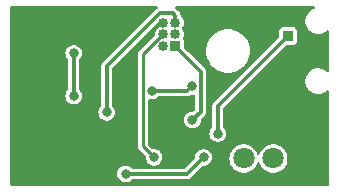
<source format=gbl>
G04 #@! TF.GenerationSoftware,KiCad,Pcbnew,7.0.6*
G04 #@! TF.CreationDate,2023-11-30T23:44:17-05:00*
G04 #@! TF.ProjectId,Interruptor,496e7465-7272-4757-9074-6f722e6b6963,1.0*
G04 #@! TF.SameCoordinates,Original*
G04 #@! TF.FileFunction,Copper,L2,Bot*
G04 #@! TF.FilePolarity,Positive*
%FSLAX46Y46*%
G04 Gerber Fmt 4.6, Leading zero omitted, Abs format (unit mm)*
G04 Created by KiCad (PCBNEW 7.0.6) date 2023-11-30 23:44:17*
%MOMM*%
%LPD*%
G01*
G04 APERTURE LIST*
G04 #@! TA.AperFunction,ComponentPad*
%ADD10O,1.900000X1.200000*%
G04 #@! TD*
G04 #@! TA.AperFunction,ComponentPad*
%ADD11C,1.450000*%
G04 #@! TD*
G04 #@! TA.AperFunction,ComponentPad*
%ADD12R,0.900000X0.900000*%
G04 #@! TD*
G04 #@! TA.AperFunction,ComponentPad*
%ADD13R,0.850000X0.850000*%
G04 #@! TD*
G04 #@! TA.AperFunction,ComponentPad*
%ADD14O,0.850000X0.850000*%
G04 #@! TD*
G04 #@! TA.AperFunction,ComponentPad*
%ADD15C,1.800000*%
G04 #@! TD*
G04 #@! TA.AperFunction,ViaPad*
%ADD16C,0.800000*%
G04 #@! TD*
G04 #@! TA.AperFunction,Conductor*
%ADD17C,0.300000*%
G04 #@! TD*
G04 #@! TA.AperFunction,Conductor*
%ADD18C,0.250000*%
G04 #@! TD*
G04 APERTURE END LIST*
D10*
X133100000Y-93400000D03*
D11*
X135800000Y-94400000D03*
X135800000Y-99400000D03*
D10*
X133100000Y-100400000D03*
D12*
X155552500Y-91330000D03*
X155552500Y-93870000D03*
D13*
X146000000Y-92200000D03*
D14*
X145000000Y-92200000D03*
X146000000Y-91200000D03*
X145000000Y-91200000D03*
X146000000Y-90200000D03*
X145000000Y-90200000D03*
D15*
X156800000Y-101700000D03*
X154300000Y-101700000D03*
X151800000Y-101700000D03*
D16*
X137400000Y-92800000D03*
X137400000Y-96400000D03*
X147464063Y-98423063D03*
X144000000Y-96000000D03*
X147400000Y-95600000D03*
X144200000Y-101600000D03*
X140200000Y-97800000D03*
X149600000Y-99600000D03*
X141800000Y-103000000D03*
X148400000Y-101600000D03*
D17*
X137400000Y-96400000D02*
X137400000Y-92800000D01*
X146000000Y-92200000D02*
X148150000Y-94350000D01*
X148150000Y-94350000D02*
X148150000Y-97737126D01*
X148150000Y-97737126D02*
X147464063Y-98423063D01*
X147000000Y-96000000D02*
X147400000Y-95600000D01*
X144000000Y-96000000D02*
X147000000Y-96000000D01*
D18*
X145000000Y-91200000D02*
X144939339Y-91200000D01*
X144939339Y-91200000D02*
X143275000Y-92864339D01*
X143275000Y-100675000D02*
X144200000Y-101600000D01*
X143275000Y-92864339D02*
X143275000Y-100675000D01*
D17*
X145826040Y-89425000D02*
X144678984Y-89425000D01*
X146000000Y-90200000D02*
X146000000Y-89598960D01*
X144678984Y-89425000D02*
X140200000Y-93903984D01*
X140200000Y-93903984D02*
X140200000Y-97800000D01*
X146000000Y-89598960D02*
X145826040Y-89425000D01*
X149600000Y-97282500D02*
X155552500Y-91330000D01*
X149600000Y-99600000D02*
X149600000Y-97282500D01*
X141800000Y-103000000D02*
X147000000Y-103000000D01*
X147000000Y-103000000D02*
X148400000Y-101600000D01*
G04 #@! TA.AperFunction,Conductor*
G36*
X144462272Y-88819685D02*
G01*
X144508027Y-88872489D01*
X144517971Y-88941647D01*
X144488946Y-89005203D01*
X144449037Y-89035719D01*
X144422342Y-89048575D01*
X144422340Y-89048576D01*
X144415294Y-89053379D01*
X144408443Y-89058435D01*
X144380403Y-89086475D01*
X144366383Y-89100496D01*
X144343620Y-89121617D01*
X144322787Y-89140947D01*
X144316996Y-89148209D01*
X144316344Y-89147689D01*
X144306952Y-89159926D01*
X139901804Y-93565076D01*
X139896617Y-93569711D01*
X139866033Y-93594101D01*
X139866029Y-93594105D01*
X139832519Y-93643255D01*
X139797206Y-93691102D01*
X139793216Y-93698651D01*
X139789528Y-93706310D01*
X139771992Y-93763161D01*
X139752353Y-93819285D01*
X139750771Y-93827643D01*
X139749500Y-93836084D01*
X139749500Y-93895557D01*
X139747275Y-93954993D01*
X139748316Y-93964227D01*
X139747485Y-93964320D01*
X139749500Y-93979619D01*
X139749500Y-97207442D01*
X139729815Y-97274481D01*
X139707727Y-97300257D01*
X139671818Y-97332069D01*
X139575182Y-97472068D01*
X139514860Y-97631125D01*
X139514859Y-97631130D01*
X139494355Y-97800000D01*
X139514859Y-97968869D01*
X139514860Y-97968874D01*
X139575182Y-98127931D01*
X139637475Y-98218177D01*
X139671817Y-98267929D01*
X139729746Y-98319249D01*
X139799150Y-98380736D01*
X139949773Y-98459789D01*
X139949775Y-98459790D01*
X140114944Y-98500500D01*
X140285056Y-98500500D01*
X140450225Y-98459790D01*
X140534495Y-98415561D01*
X140600849Y-98380736D01*
X140600850Y-98380734D01*
X140600852Y-98380734D01*
X140728183Y-98267929D01*
X140824818Y-98127930D01*
X140885140Y-97968872D01*
X140905645Y-97800000D01*
X140885140Y-97631128D01*
X140824818Y-97472070D01*
X140728183Y-97332071D01*
X140728181Y-97332069D01*
X140692273Y-97300257D01*
X140655146Y-97241068D01*
X140650500Y-97207442D01*
X140650500Y-94141949D01*
X140670185Y-94074910D01*
X140686819Y-94054268D01*
X144829268Y-89911819D01*
X144890591Y-89878334D01*
X144916949Y-89875500D01*
X145170153Y-89875500D01*
X145237192Y-89895185D01*
X145282947Y-89947989D01*
X145292891Y-90017147D01*
X145289574Y-90030714D01*
X145289762Y-90030757D01*
X145288212Y-90037542D01*
X145269909Y-90199996D01*
X145269909Y-90200004D01*
X145286771Y-90349668D01*
X145274716Y-90418490D01*
X145227367Y-90469869D01*
X145159756Y-90487493D01*
X145149668Y-90486771D01*
X145000004Y-90469909D01*
X144999996Y-90469909D01*
X144837544Y-90488212D01*
X144683225Y-90542210D01*
X144544795Y-90629192D01*
X144429192Y-90744795D01*
X144342210Y-90883225D01*
X144288212Y-91037544D01*
X144269909Y-91199996D01*
X144269909Y-91200001D01*
X144270077Y-91201493D01*
X144269909Y-91202451D01*
X144269909Y-91206963D01*
X144269119Y-91206963D01*
X144258019Y-91270314D01*
X144234537Y-91303052D01*
X143004339Y-92533251D01*
X142926472Y-92611117D01*
X142915510Y-92632632D01*
X142905346Y-92649217D01*
X142891152Y-92668753D01*
X142891151Y-92668756D01*
X142883688Y-92691724D01*
X142876243Y-92709697D01*
X142865280Y-92731212D01*
X142861503Y-92755061D01*
X142856962Y-92773978D01*
X142849500Y-92796943D01*
X142849500Y-100742394D01*
X142856962Y-100765358D01*
X142861503Y-100784273D01*
X142864470Y-100803010D01*
X142865281Y-100808127D01*
X142876243Y-100829641D01*
X142883688Y-100847615D01*
X142891150Y-100870580D01*
X142905340Y-100890110D01*
X142915508Y-100906703D01*
X142926470Y-100928218D01*
X143462911Y-101464659D01*
X143496396Y-101525982D01*
X143498326Y-101567283D01*
X143494355Y-101599995D01*
X143494355Y-101599999D01*
X143514859Y-101768869D01*
X143514860Y-101768874D01*
X143575182Y-101927931D01*
X143637475Y-102018177D01*
X143671817Y-102067929D01*
X143722314Y-102112665D01*
X143799150Y-102180736D01*
X143949773Y-102259789D01*
X143949775Y-102259790D01*
X144114944Y-102300500D01*
X144285056Y-102300500D01*
X144450225Y-102259790D01*
X144529692Y-102218081D01*
X144600849Y-102180736D01*
X144600850Y-102180734D01*
X144600852Y-102180734D01*
X144728183Y-102067929D01*
X144824818Y-101927930D01*
X144885140Y-101768872D01*
X144905645Y-101600000D01*
X144885140Y-101431128D01*
X144824818Y-101272070D01*
X144819576Y-101264476D01*
X144790476Y-101222318D01*
X144728183Y-101132071D01*
X144600852Y-101019266D01*
X144600849Y-101019263D01*
X144450226Y-100940210D01*
X144285056Y-100899500D01*
X144152610Y-100899500D01*
X144085571Y-100879815D01*
X144064929Y-100863181D01*
X143736819Y-100535070D01*
X143703334Y-100473747D01*
X143700500Y-100447389D01*
X143700500Y-99600000D01*
X148894355Y-99600000D01*
X148914859Y-99768869D01*
X148914860Y-99768874D01*
X148975182Y-99927931D01*
X149037475Y-100018177D01*
X149071817Y-100067929D01*
X149177505Y-100161560D01*
X149199150Y-100180736D01*
X149349773Y-100259789D01*
X149349775Y-100259790D01*
X149514944Y-100300500D01*
X149685056Y-100300500D01*
X149850225Y-100259790D01*
X149929692Y-100218081D01*
X150000849Y-100180736D01*
X150000850Y-100180734D01*
X150000852Y-100180734D01*
X150128183Y-100067929D01*
X150224818Y-99927930D01*
X150285140Y-99768872D01*
X150305645Y-99600000D01*
X150285140Y-99431128D01*
X150224818Y-99272070D01*
X150128183Y-99132071D01*
X150128181Y-99132069D01*
X150092273Y-99100257D01*
X150055146Y-99041068D01*
X150050500Y-99007442D01*
X150050500Y-97520464D01*
X150070185Y-97453425D01*
X150086814Y-97432788D01*
X155402784Y-92116817D01*
X155464107Y-92083333D01*
X155490465Y-92080499D01*
X156047356Y-92080499D01*
X156047364Y-92080499D01*
X156047379Y-92080497D01*
X156047382Y-92080497D01*
X156072487Y-92077586D01*
X156072488Y-92077585D01*
X156072491Y-92077585D01*
X156175265Y-92032206D01*
X156254706Y-91952765D01*
X156300085Y-91849991D01*
X156303000Y-91824865D01*
X156302999Y-90835136D01*
X156302997Y-90835117D01*
X156300086Y-90810012D01*
X156300085Y-90810010D01*
X156300085Y-90810009D01*
X156254706Y-90707235D01*
X156175265Y-90627794D01*
X156112773Y-90600201D01*
X156072492Y-90582415D01*
X156047365Y-90579500D01*
X155057643Y-90579500D01*
X155057617Y-90579502D01*
X155032512Y-90582413D01*
X155032508Y-90582415D01*
X154929735Y-90627793D01*
X154850294Y-90707234D01*
X154804915Y-90810006D01*
X154804915Y-90810008D01*
X154802000Y-90835131D01*
X154802000Y-91392034D01*
X154782315Y-91459073D01*
X154765681Y-91479715D01*
X149301804Y-96943592D01*
X149296617Y-96948227D01*
X149266033Y-96972617D01*
X149266029Y-96972621D01*
X149232519Y-97021771D01*
X149197206Y-97069618D01*
X149193216Y-97077167D01*
X149189528Y-97084826D01*
X149171992Y-97141677D01*
X149152353Y-97197801D01*
X149150771Y-97206159D01*
X149149500Y-97214600D01*
X149149500Y-97274073D01*
X149147275Y-97333509D01*
X149148316Y-97342743D01*
X149147488Y-97342836D01*
X149149499Y-97358135D01*
X149149500Y-99007442D01*
X149129815Y-99074481D01*
X149107727Y-99100257D01*
X149071818Y-99132069D01*
X148975182Y-99272068D01*
X148914860Y-99431125D01*
X148914859Y-99431130D01*
X148894355Y-99600000D01*
X143700500Y-99600000D01*
X143700500Y-96805918D01*
X143720185Y-96738879D01*
X143772989Y-96693124D01*
X143842147Y-96683180D01*
X143854152Y-96685516D01*
X143914944Y-96700500D01*
X143914946Y-96700500D01*
X144085056Y-96700500D01*
X144250225Y-96659790D01*
X144400852Y-96580734D01*
X144512655Y-96481685D01*
X144575889Y-96451963D01*
X144594883Y-96450500D01*
X146971217Y-96450500D01*
X146978155Y-96450889D01*
X147010050Y-96454483D01*
X147017034Y-96455270D01*
X147017034Y-96455269D01*
X147017035Y-96455270D01*
X147075479Y-96444211D01*
X147134287Y-96435348D01*
X147134290Y-96435346D01*
X147142447Y-96432830D01*
X147150469Y-96430023D01*
X147150472Y-96430023D01*
X147203072Y-96402222D01*
X147256642Y-96376425D01*
X147256642Y-96376424D01*
X147256644Y-96376424D01*
X147263695Y-96371616D01*
X147270534Y-96366569D01*
X147270535Y-96366567D01*
X147270538Y-96366566D01*
X147300283Y-96336819D01*
X147361604Y-96303335D01*
X147387965Y-96300500D01*
X147485054Y-96300500D01*
X147485056Y-96300500D01*
X147545828Y-96285521D01*
X147615626Y-96288590D01*
X147672689Y-96328909D01*
X147698894Y-96393678D01*
X147699500Y-96405918D01*
X147699500Y-97499160D01*
X147679815Y-97566199D01*
X147663182Y-97586840D01*
X147563777Y-97686245D01*
X147502457Y-97719729D01*
X147476098Y-97722563D01*
X147379007Y-97722563D01*
X147213836Y-97763273D01*
X147063213Y-97842326D01*
X146935879Y-97955135D01*
X146839245Y-98095131D01*
X146778923Y-98254188D01*
X146778922Y-98254193D01*
X146758418Y-98423063D01*
X146778922Y-98591932D01*
X146778923Y-98591937D01*
X146839245Y-98750994D01*
X146901538Y-98841240D01*
X146935880Y-98890992D01*
X147041568Y-98984623D01*
X147063213Y-99003799D01*
X147213836Y-99082852D01*
X147213838Y-99082853D01*
X147379007Y-99123563D01*
X147549119Y-99123563D01*
X147714288Y-99082853D01*
X147793902Y-99041068D01*
X147864912Y-99003799D01*
X147864913Y-99003797D01*
X147864915Y-99003797D01*
X147992246Y-98890992D01*
X148088881Y-98750993D01*
X148149203Y-98591935D01*
X148169708Y-98423063D01*
X148169563Y-98421877D01*
X148169708Y-98421010D01*
X148169708Y-98415561D01*
X148170614Y-98415561D01*
X148181024Y-98352953D01*
X148204976Y-98319252D01*
X148448210Y-98076018D01*
X148453378Y-98071399D01*
X148483970Y-98047005D01*
X148517476Y-97997860D01*
X148552792Y-97950009D01*
X148552793Y-97950006D01*
X148556786Y-97942451D01*
X148560467Y-97934806D01*
X148560472Y-97934799D01*
X148578008Y-97877946D01*
X148597646Y-97821826D01*
X148597646Y-97821820D01*
X148599228Y-97813462D01*
X148600500Y-97805025D01*
X148600500Y-97745552D01*
X148602724Y-97686116D01*
X148601684Y-97676882D01*
X148602513Y-97676788D01*
X148600500Y-97661490D01*
X148600500Y-94378782D01*
X148600889Y-94371843D01*
X148605270Y-94332965D01*
X148594211Y-94274520D01*
X148585348Y-94215713D01*
X148585347Y-94215711D01*
X148582836Y-94207571D01*
X148580024Y-94199533D01*
X148580023Y-94199528D01*
X148552226Y-94146936D01*
X148526425Y-94093358D01*
X148526422Y-94093355D01*
X148526421Y-94093352D01*
X148521642Y-94086342D01*
X148516568Y-94079469D01*
X148516565Y-94079462D01*
X148474516Y-94037413D01*
X148434055Y-93993806D01*
X148426792Y-93988014D01*
X148427312Y-93987361D01*
X148415067Y-93977964D01*
X147104866Y-92667763D01*
X148618287Y-92667763D01*
X148647913Y-92937013D01*
X148647915Y-92937024D01*
X148697825Y-93127931D01*
X148716428Y-93199088D01*
X148822370Y-93448390D01*
X148911299Y-93594105D01*
X148963479Y-93679605D01*
X148963486Y-93679615D01*
X149136753Y-93887819D01*
X149136759Y-93887824D01*
X149222134Y-93964320D01*
X149338498Y-94068582D01*
X149564410Y-94218044D01*
X149809676Y-94333020D01*
X149809683Y-94333022D01*
X149809685Y-94333023D01*
X150069057Y-94411057D01*
X150069064Y-94411058D01*
X150069069Y-94411060D01*
X150337061Y-94450500D01*
X150337066Y-94450500D01*
X150540136Y-94450500D01*
X150591633Y-94446730D01*
X150742656Y-94435677D01*
X150855258Y-94410593D01*
X151007046Y-94376782D01*
X151007048Y-94376781D01*
X151007053Y-94376780D01*
X151260058Y-94280014D01*
X151496277Y-94147441D01*
X151710677Y-93981888D01*
X151898686Y-93786881D01*
X152056299Y-93566579D01*
X152163059Y-93358929D01*
X152180149Y-93325690D01*
X152180151Y-93325684D01*
X152180156Y-93325675D01*
X152267618Y-93069305D01*
X152316819Y-92802933D01*
X152326712Y-92532235D01*
X152297086Y-92262982D01*
X152228572Y-92000912D01*
X152122630Y-91751610D01*
X151981518Y-91520390D01*
X151930490Y-91459073D01*
X151808246Y-91312180D01*
X151808240Y-91312175D01*
X151606502Y-91131418D01*
X151380592Y-90981957D01*
X151352705Y-90968884D01*
X151135324Y-90866980D01*
X151135319Y-90866978D01*
X151135314Y-90866976D01*
X150875942Y-90788942D01*
X150875928Y-90788939D01*
X150760291Y-90771921D01*
X150607939Y-90749500D01*
X150404869Y-90749500D01*
X150404864Y-90749500D01*
X150202344Y-90764323D01*
X150202331Y-90764325D01*
X149937953Y-90823217D01*
X149937946Y-90823220D01*
X149684939Y-90919987D01*
X149448726Y-91052557D01*
X149234322Y-91218112D01*
X149046322Y-91413109D01*
X149046316Y-91413116D01*
X148888702Y-91633419D01*
X148888699Y-91633424D01*
X148764850Y-91874309D01*
X148764843Y-91874327D01*
X148677384Y-92130685D01*
X148677381Y-92130699D01*
X148628181Y-92397068D01*
X148628180Y-92397075D01*
X148618287Y-92667763D01*
X147104866Y-92667763D01*
X146761818Y-92324715D01*
X146728333Y-92263392D01*
X146725499Y-92237034D01*
X146725499Y-91730143D01*
X146725499Y-91730136D01*
X146725497Y-91730117D01*
X146722586Y-91705012D01*
X146722585Y-91705010D01*
X146722585Y-91705009D01*
X146677206Y-91602235D01*
X146677205Y-91602234D01*
X146672565Y-91591724D01*
X146674923Y-91590682D01*
X146658386Y-91539928D01*
X146665291Y-91495334D01*
X146711786Y-91362461D01*
X146711786Y-91362459D01*
X146711787Y-91362457D01*
X146730091Y-91200003D01*
X146730091Y-91199996D01*
X146711787Y-91037544D01*
X146711786Y-91037542D01*
X146711786Y-91037539D01*
X146657789Y-90883225D01*
X146584113Y-90765971D01*
X146565113Y-90698736D01*
X146584114Y-90634027D01*
X146588031Y-90627794D01*
X146657789Y-90516775D01*
X146711786Y-90362461D01*
X146711787Y-90362455D01*
X146730091Y-90200003D01*
X146730091Y-90199996D01*
X146711787Y-90037544D01*
X146711786Y-90037542D01*
X146711786Y-90037539D01*
X146657789Y-89883225D01*
X146570808Y-89744796D01*
X146491521Y-89665510D01*
X146458037Y-89604187D01*
X146455289Y-89582457D01*
X146455268Y-89581936D01*
X146455270Y-89581925D01*
X146444210Y-89523471D01*
X146435348Y-89464673D01*
X146435347Y-89464671D01*
X146435347Y-89464669D01*
X146432831Y-89456512D01*
X146430025Y-89448491D01*
X146422002Y-89433311D01*
X146402222Y-89395886D01*
X146376425Y-89342318D01*
X146376422Y-89342315D01*
X146376422Y-89342314D01*
X146371642Y-89335302D01*
X146366567Y-89328425D01*
X146366566Y-89328423D01*
X146324516Y-89286373D01*
X146284055Y-89242766D01*
X146276792Y-89236974D01*
X146277312Y-89236321D01*
X146265067Y-89226924D01*
X146164948Y-89126805D01*
X146160311Y-89121617D01*
X146135918Y-89091029D01*
X146086768Y-89057519D01*
X146041040Y-89023770D01*
X145998789Y-88968122D01*
X145993331Y-88898466D01*
X146026399Y-88836917D01*
X146087493Y-88803016D01*
X146114674Y-88800000D01*
X157703778Y-88800000D01*
X157770817Y-88819685D01*
X157816572Y-88872489D01*
X157826516Y-88941647D01*
X157797491Y-89005203D01*
X157738713Y-89042977D01*
X157690962Y-89056997D01*
X157508391Y-89151118D01*
X157346946Y-89278081D01*
X157346943Y-89278084D01*
X157212436Y-89433313D01*
X157109742Y-89611185D01*
X157042564Y-89805282D01*
X157042563Y-89805287D01*
X157042563Y-89805288D01*
X157013332Y-90008593D01*
X157023105Y-90213756D01*
X157071529Y-90413362D01*
X157125028Y-90530508D01*
X157156852Y-90600195D01*
X157156856Y-90600201D01*
X157275989Y-90767501D01*
X157275995Y-90767507D01*
X157424647Y-90909246D01*
X157597433Y-91020290D01*
X157678032Y-91052557D01*
X157788118Y-91096629D01*
X157939380Y-91125782D01*
X157989801Y-91135500D01*
X157989802Y-91135500D01*
X158143726Y-91135500D01*
X158143732Y-91135500D01*
X158296966Y-91120868D01*
X158494041Y-91063001D01*
X158676604Y-90968884D01*
X158799350Y-90872354D01*
X158864212Y-90846388D01*
X158932819Y-90859610D01*
X158983387Y-90907825D01*
X159000000Y-90969826D01*
X159000000Y-94229689D01*
X158980315Y-94296728D01*
X158927511Y-94342483D01*
X158858353Y-94352427D01*
X158794797Y-94323402D01*
X158790431Y-94319433D01*
X158760352Y-94290753D01*
X158587566Y-94179709D01*
X158396891Y-94103374D01*
X158396884Y-94103371D01*
X158396882Y-94103371D01*
X158396879Y-94103370D01*
X158396878Y-94103370D01*
X158195199Y-94064500D01*
X158195198Y-94064500D01*
X158041268Y-94064500D01*
X157888034Y-94079132D01*
X157888030Y-94079133D01*
X157690962Y-94136997D01*
X157508391Y-94231118D01*
X157346946Y-94358081D01*
X157346943Y-94358084D01*
X157212436Y-94513313D01*
X157109742Y-94691185D01*
X157042564Y-94885282D01*
X157042563Y-94885287D01*
X157042563Y-94885288D01*
X157013332Y-95088593D01*
X157023105Y-95293756D01*
X157071529Y-95493362D01*
X157115119Y-95588811D01*
X157156852Y-95680195D01*
X157156856Y-95680201D01*
X157275989Y-95847501D01*
X157275995Y-95847507D01*
X157424647Y-95989246D01*
X157597433Y-96100290D01*
X157704120Y-96143001D01*
X157788118Y-96176629D01*
X157939380Y-96205782D01*
X157989801Y-96215500D01*
X157989802Y-96215500D01*
X158143726Y-96215500D01*
X158143732Y-96215500D01*
X158296966Y-96200868D01*
X158494041Y-96143001D01*
X158676604Y-96048884D01*
X158799350Y-95952354D01*
X158864212Y-95926388D01*
X158932819Y-95939610D01*
X158983387Y-95987825D01*
X159000000Y-96049826D01*
X159000000Y-103876000D01*
X158980315Y-103943039D01*
X158927511Y-103988794D01*
X158876000Y-104000000D01*
X132124000Y-104000000D01*
X132056961Y-103980315D01*
X132011206Y-103927511D01*
X132000000Y-103876000D01*
X132000000Y-103000000D01*
X141094355Y-103000000D01*
X141114859Y-103168869D01*
X141114860Y-103168874D01*
X141175182Y-103327931D01*
X141205336Y-103371616D01*
X141271817Y-103467929D01*
X141377505Y-103561560D01*
X141399150Y-103580736D01*
X141549773Y-103659789D01*
X141549775Y-103659790D01*
X141714944Y-103700500D01*
X141885056Y-103700500D01*
X142050225Y-103659790D01*
X142200852Y-103580734D01*
X142312655Y-103481685D01*
X142375889Y-103451963D01*
X142394883Y-103450500D01*
X146971217Y-103450500D01*
X146978155Y-103450889D01*
X147010050Y-103454483D01*
X147017034Y-103455270D01*
X147017034Y-103455269D01*
X147017035Y-103455270D01*
X147075479Y-103444211D01*
X147134287Y-103435348D01*
X147134290Y-103435346D01*
X147142447Y-103432830D01*
X147150469Y-103430023D01*
X147150472Y-103430023D01*
X147203072Y-103402222D01*
X147256642Y-103376425D01*
X147256642Y-103376424D01*
X147256644Y-103376424D01*
X147263695Y-103371616D01*
X147270538Y-103366566D01*
X147312599Y-103324504D01*
X147312598Y-103324503D01*
X147356194Y-103284055D01*
X147356196Y-103284050D01*
X147361987Y-103276790D01*
X147362643Y-103277313D01*
X147372032Y-103265070D01*
X148300284Y-102336818D01*
X148361607Y-102303334D01*
X148387965Y-102300500D01*
X148485056Y-102300500D01*
X148650225Y-102259790D01*
X148729692Y-102218081D01*
X148800849Y-102180736D01*
X148800850Y-102180734D01*
X148800852Y-102180734D01*
X148928183Y-102067929D01*
X149024818Y-101927930D01*
X149085140Y-101768872D01*
X149093503Y-101700000D01*
X150594356Y-101700000D01*
X150614884Y-101921535D01*
X150614885Y-101921537D01*
X150675769Y-102135523D01*
X150675775Y-102135538D01*
X150774938Y-102334683D01*
X150774943Y-102334691D01*
X150909020Y-102512238D01*
X151073437Y-102662123D01*
X151073439Y-102662125D01*
X151262595Y-102779245D01*
X151262596Y-102779245D01*
X151262599Y-102779247D01*
X151470060Y-102859618D01*
X151688757Y-102900500D01*
X151688759Y-102900500D01*
X151911241Y-102900500D01*
X151911243Y-102900500D01*
X152129940Y-102859618D01*
X152337401Y-102779247D01*
X152526562Y-102662124D01*
X152684313Y-102518315D01*
X152690979Y-102512238D01*
X152761189Y-102419266D01*
X152825058Y-102334689D01*
X152924229Y-102135528D01*
X152930734Y-102112661D01*
X152968012Y-102053571D01*
X153031322Y-102024013D01*
X153100561Y-102033375D01*
X153153748Y-102078684D01*
X153169264Y-102112658D01*
X153175770Y-102135523D01*
X153175772Y-102135530D01*
X153175775Y-102135538D01*
X153274938Y-102334683D01*
X153274943Y-102334691D01*
X153409020Y-102512238D01*
X153573437Y-102662123D01*
X153573439Y-102662125D01*
X153762595Y-102779245D01*
X153762596Y-102779245D01*
X153762599Y-102779247D01*
X153970060Y-102859618D01*
X154188757Y-102900500D01*
X154188759Y-102900500D01*
X154411241Y-102900500D01*
X154411243Y-102900500D01*
X154629940Y-102859618D01*
X154837401Y-102779247D01*
X155026562Y-102662124D01*
X155184313Y-102518315D01*
X155190979Y-102512238D01*
X155261189Y-102419266D01*
X155325058Y-102334689D01*
X155424229Y-102135528D01*
X155485115Y-101921536D01*
X155505643Y-101700000D01*
X155485115Y-101478464D01*
X155424229Y-101264472D01*
X155424224Y-101264461D01*
X155325061Y-101065316D01*
X155325056Y-101065308D01*
X155190979Y-100887761D01*
X155026562Y-100737876D01*
X155026560Y-100737874D01*
X154837404Y-100620754D01*
X154837398Y-100620752D01*
X154629940Y-100540382D01*
X154411243Y-100499500D01*
X154188757Y-100499500D01*
X153970060Y-100540382D01*
X153838864Y-100591207D01*
X153762601Y-100620752D01*
X153762595Y-100620754D01*
X153573439Y-100737874D01*
X153573437Y-100737876D01*
X153409020Y-100887761D01*
X153274943Y-101065308D01*
X153274938Y-101065316D01*
X153175775Y-101264461D01*
X153175769Y-101264476D01*
X153169266Y-101287335D01*
X153131987Y-101346429D01*
X153068677Y-101375986D01*
X152999438Y-101366624D01*
X152946251Y-101321314D01*
X152930734Y-101287335D01*
X152924230Y-101264476D01*
X152924229Y-101264472D01*
X152924224Y-101264461D01*
X152825061Y-101065316D01*
X152825056Y-101065308D01*
X152690979Y-100887761D01*
X152526562Y-100737876D01*
X152526560Y-100737874D01*
X152337404Y-100620754D01*
X152337398Y-100620752D01*
X152129940Y-100540382D01*
X151911243Y-100499500D01*
X151688757Y-100499500D01*
X151470060Y-100540382D01*
X151338864Y-100591207D01*
X151262601Y-100620752D01*
X151262595Y-100620754D01*
X151073439Y-100737874D01*
X151073437Y-100737876D01*
X150909020Y-100887761D01*
X150774943Y-101065308D01*
X150774938Y-101065316D01*
X150675775Y-101264461D01*
X150675769Y-101264476D01*
X150614885Y-101478462D01*
X150614884Y-101478464D01*
X150594356Y-101699999D01*
X150594356Y-101700000D01*
X149093503Y-101700000D01*
X149105645Y-101600000D01*
X149085140Y-101431128D01*
X149024818Y-101272070D01*
X149019576Y-101264476D01*
X148990476Y-101222318D01*
X148928183Y-101132071D01*
X148800852Y-101019266D01*
X148800849Y-101019263D01*
X148650226Y-100940210D01*
X148485056Y-100899500D01*
X148314944Y-100899500D01*
X148149773Y-100940210D01*
X147999150Y-101019263D01*
X147871816Y-101132072D01*
X147775182Y-101272068D01*
X147714860Y-101431125D01*
X147714859Y-101431130D01*
X147694355Y-101600000D01*
X147694355Y-101600009D01*
X147694499Y-101601196D01*
X147694355Y-101602061D01*
X147694355Y-101607500D01*
X147693450Y-101607500D01*
X147683032Y-101670118D01*
X147659083Y-101703811D01*
X146849716Y-102513181D01*
X146788393Y-102546666D01*
X146762035Y-102549500D01*
X142394883Y-102549500D01*
X142327844Y-102529815D01*
X142312656Y-102518315D01*
X142200852Y-102419266D01*
X142200850Y-102419264D01*
X142050226Y-102340210D01*
X141885056Y-102299500D01*
X141714944Y-102299500D01*
X141549773Y-102340210D01*
X141399150Y-102419263D01*
X141271816Y-102532072D01*
X141175182Y-102672068D01*
X141114860Y-102831125D01*
X141114859Y-102831130D01*
X141094355Y-103000000D01*
X132000000Y-103000000D01*
X132000000Y-96399999D01*
X136694355Y-96399999D01*
X136714859Y-96568869D01*
X136714860Y-96568874D01*
X136775182Y-96727931D01*
X136829014Y-96805918D01*
X136871817Y-96867929D01*
X136957223Y-96943592D01*
X136999150Y-96980736D01*
X137149773Y-97059789D01*
X137149775Y-97059790D01*
X137314944Y-97100500D01*
X137485056Y-97100500D01*
X137650225Y-97059790D01*
X137729692Y-97018081D01*
X137800849Y-96980736D01*
X137800850Y-96980734D01*
X137800852Y-96980734D01*
X137928183Y-96867929D01*
X138024818Y-96727930D01*
X138085140Y-96568872D01*
X138105645Y-96400000D01*
X138085140Y-96231128D01*
X138024818Y-96072070D01*
X138008812Y-96048882D01*
X137967648Y-95989246D01*
X137928183Y-95932071D01*
X137928181Y-95932069D01*
X137892273Y-95900257D01*
X137855146Y-95841068D01*
X137850500Y-95807442D01*
X137850500Y-93392557D01*
X137870185Y-93325518D01*
X137892270Y-93299744D01*
X137928183Y-93267929D01*
X138024818Y-93127930D01*
X138085140Y-92968872D01*
X138105645Y-92800000D01*
X138085140Y-92631128D01*
X138024818Y-92472070D01*
X137928183Y-92332071D01*
X137800852Y-92219266D01*
X137800849Y-92219263D01*
X137650226Y-92140210D01*
X137485056Y-92099500D01*
X137314944Y-92099500D01*
X137149773Y-92140210D01*
X136999150Y-92219263D01*
X136871816Y-92332072D01*
X136775182Y-92472068D01*
X136714860Y-92631125D01*
X136714859Y-92631130D01*
X136694355Y-92800000D01*
X136714859Y-92968869D01*
X136714860Y-92968874D01*
X136775182Y-93127931D01*
X136871815Y-93267927D01*
X136871816Y-93267928D01*
X136871817Y-93267929D01*
X136907727Y-93299742D01*
X136944853Y-93358929D01*
X136949500Y-93392557D01*
X136949500Y-95807442D01*
X136929815Y-95874481D01*
X136907727Y-95900257D01*
X136871818Y-95932069D01*
X136775182Y-96072068D01*
X136714860Y-96231125D01*
X136714859Y-96231130D01*
X136694355Y-96399999D01*
X132000000Y-96399999D01*
X132000000Y-88924000D01*
X132019685Y-88856961D01*
X132072489Y-88811206D01*
X132124000Y-88800000D01*
X144395233Y-88800000D01*
X144462272Y-88819685D01*
G37*
G04 #@! TD.AperFunction*
M02*

</source>
